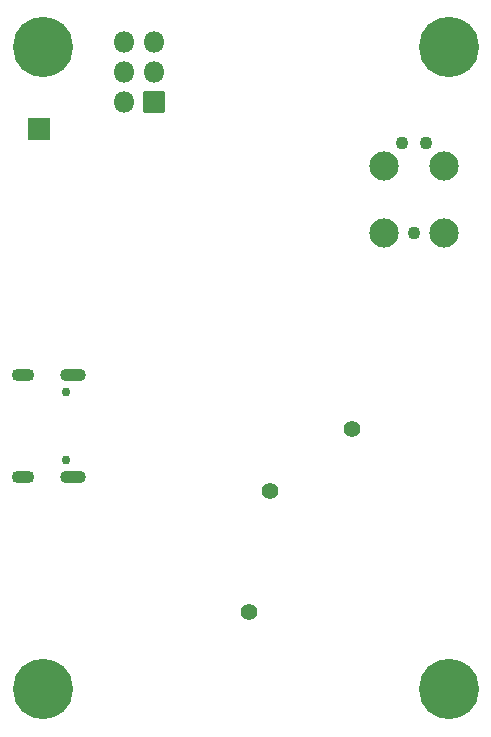
<source format=gbr>
G04 #@! TF.GenerationSoftware,KiCad,Pcbnew,8.0.9-8.0.9-0~ubuntu24.04.1*
G04 #@! TF.CreationDate,2025-04-11T12:42:37+02:00*
G04 #@! TF.ProjectId,Sensor_Nodes,53656e73-6f72-45f4-9e6f-6465732e6b69,rev?*
G04 #@! TF.SameCoordinates,Original*
G04 #@! TF.FileFunction,Soldermask,Bot*
G04 #@! TF.FilePolarity,Negative*
%FSLAX46Y46*%
G04 Gerber Fmt 4.6, Leading zero omitted, Abs format (unit mm)*
G04 Created by KiCad (PCBNEW 8.0.9-8.0.9-0~ubuntu24.04.1) date 2025-04-11 12:42:37*
%MOMM*%
%LPD*%
G01*
G04 APERTURE LIST*
G04 Aperture macros list*
%AMRoundRect*
0 Rectangle with rounded corners*
0 $1 Rounding radius*
0 $2 $3 $4 $5 $6 $7 $8 $9 X,Y pos of 4 corners*
0 Add a 4 corners polygon primitive as box body*
4,1,4,$2,$3,$4,$5,$6,$7,$8,$9,$2,$3,0*
0 Add four circle primitives for the rounded corners*
1,1,$1+$1,$2,$3*
1,1,$1+$1,$4,$5*
1,1,$1+$1,$6,$7*
1,1,$1+$1,$8,$9*
0 Add four rect primitives between the rounded corners*
20,1,$1+$1,$2,$3,$4,$5,0*
20,1,$1+$1,$4,$5,$6,$7,0*
20,1,$1+$1,$6,$7,$8,$9,0*
20,1,$1+$1,$8,$9,$2,$3,0*%
G04 Aperture macros list end*
%ADD10C,1.400000*%
%ADD11C,0.900000*%
%ADD12C,5.100000*%
%ADD13C,2.474900*%
%ADD14C,1.090600*%
%ADD15C,0.500000*%
%ADD16RoundRect,0.057000X-0.893000X-0.893000X0.893000X-0.893000X0.893000X0.893000X-0.893000X0.893000X0*%
%ADD17C,0.750000*%
%ADD18O,2.200000X1.100000*%
%ADD19O,1.900000X1.100000*%
%ADD20RoundRect,0.050000X0.850000X0.850000X-0.850000X0.850000X-0.850000X-0.850000X0.850000X-0.850000X0*%
%ADD21O,1.800000X1.800000*%
G04 APERTURE END LIST*
D10*
X114120000Y-106731000D03*
X107185000Y-111971000D03*
D11*
X86115000Y-74376000D03*
X86664175Y-73050175D03*
X86664175Y-75701825D03*
X87990000Y-72501000D03*
D12*
X87990000Y-74376000D03*
D11*
X87990000Y-76251000D03*
X89315825Y-73050175D03*
X89315825Y-75701825D03*
X89865000Y-74376000D03*
D13*
X116875000Y-90141000D03*
D14*
X119415000Y-90141000D03*
D13*
X121955000Y-90141000D03*
X116875000Y-84426000D03*
X121955000Y-84426000D03*
D14*
X118400000Y-82521000D03*
X120430000Y-82521000D03*
D15*
X87320000Y-81308500D03*
D16*
X87620000Y-81308500D03*
D15*
X87920000Y-81308500D03*
D11*
X120509175Y-74386825D03*
X121058350Y-73061000D03*
X121058350Y-75712650D03*
X122384175Y-72511825D03*
D12*
X122384175Y-74386825D03*
D11*
X122384175Y-76261825D03*
X123710000Y-73061000D03*
X123710000Y-75712650D03*
X124259175Y-74386825D03*
X86129175Y-128756825D03*
X86678350Y-127431000D03*
X86678350Y-130082650D03*
X88004175Y-126881825D03*
D12*
X88004175Y-128756825D03*
D11*
X88004175Y-130631825D03*
X89330000Y-127431000D03*
X89330000Y-130082650D03*
X89879175Y-128756825D03*
D17*
X89960000Y-103581000D03*
X89960000Y-109361000D03*
D18*
X90480000Y-102151000D03*
D19*
X86280000Y-102151000D03*
D18*
X90480000Y-110791000D03*
D19*
X86280000Y-110791000D03*
D10*
X105430000Y-122211000D03*
D20*
X97340000Y-79071000D03*
D21*
X94800000Y-79071000D03*
X97340000Y-76531000D03*
X94800000Y-76531000D03*
X97340000Y-73991000D03*
X94800000Y-73991000D03*
D11*
X120500000Y-128751000D03*
X121049175Y-127425175D03*
X121049175Y-130076825D03*
X122375000Y-126876000D03*
D12*
X122375000Y-128751000D03*
D11*
X122375000Y-130626000D03*
X123700825Y-127425175D03*
X123700825Y-130076825D03*
X124250000Y-128751000D03*
M02*

</source>
